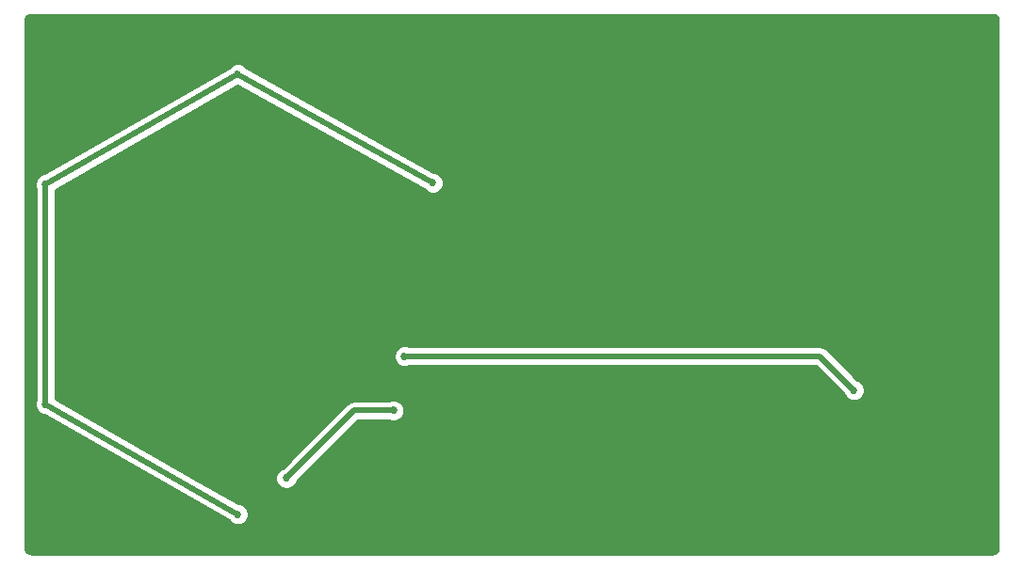
<source format=gbl>
G04 #@! TF.FileFunction,Copper,L2,Bot,Signal*
%FSLAX46Y46*%
G04 Gerber Fmt 4.6, Leading zero omitted, Abs format (unit mm)*
G04 Created by KiCad (PCBNEW 4.0.6) date Friday, September 29, 2017 'AMt' 11:30:02 AM*
%MOMM*%
%LPD*%
G01*
G04 APERTURE LIST*
%ADD10C,0.100000*%
%ADD11C,0.685800*%
%ADD12C,0.508000*%
%ADD13C,0.254000*%
G04 APERTURE END LIST*
D10*
D11*
X77216000Y-91440000D03*
X58928000Y-68580000D03*
X58928000Y-83312000D03*
X82804000Y-80264000D03*
X112776000Y-96520000D03*
X117348000Y-96520000D03*
X108204000Y-96520000D03*
X82804000Y-93980000D03*
X89408000Y-96012000D03*
X75184000Y-89408000D03*
X80772000Y-87884000D03*
X78637140Y-92821860D03*
X79464000Y-79464000D03*
X79464000Y-71336000D03*
X76416000Y-67272000D03*
X76416000Y-83528000D03*
X72352000Y-85560000D03*
X67780000Y-85560000D03*
X63208000Y-83528000D03*
X60160000Y-79464000D03*
X60160000Y-71336000D03*
X63208000Y-67272000D03*
X71844000Y-65240000D03*
X67780000Y-65240000D03*
X73392140Y-96466860D03*
X77202140Y-96466860D03*
X71590000Y-92545000D03*
X67780000Y-92545000D03*
X56985000Y-86195000D03*
X54445000Y-82385000D03*
X54445000Y-69050000D03*
X82296000Y-85344000D03*
X85560000Y-82639000D03*
X85560000Y-69558000D03*
X83020000Y-65748000D03*
X71590000Y-59398000D03*
X67780000Y-59398000D03*
X56350000Y-65748000D03*
X91910000Y-51270000D03*
X96990000Y-51270000D03*
X122390000Y-51270000D03*
X132550000Y-51270000D03*
X127470000Y-51270000D03*
X112230000Y-51270000D03*
X107150000Y-51270000D03*
X102070000Y-51270000D03*
X117310000Y-51270000D03*
X56350000Y-51270000D03*
X66510000Y-51270000D03*
X61430000Y-51270000D03*
X86830000Y-51270000D03*
X71590000Y-51270000D03*
X81750000Y-51270000D03*
X76670000Y-51270000D03*
X132550000Y-98722000D03*
X127470000Y-98722000D03*
X122390000Y-98722000D03*
X117310000Y-98722000D03*
X112230000Y-98722000D03*
X107150000Y-98722000D03*
X102070000Y-98722000D03*
X96990000Y-98722000D03*
X91910000Y-98722000D03*
X86830000Y-98722000D03*
X81750000Y-98722000D03*
X76670000Y-98722000D03*
X71590000Y-98722000D03*
X66510000Y-98722000D03*
X61430000Y-98722000D03*
X56350000Y-98722000D03*
X137630000Y-56350000D03*
X137630000Y-51270000D03*
X137630000Y-71590000D03*
X137630000Y-66510000D03*
X137630000Y-61430000D03*
X137630000Y-98722000D03*
X137630000Y-89370000D03*
X137630000Y-83020000D03*
X137630000Y-94450000D03*
X137630000Y-76670000D03*
X51270000Y-98722000D03*
X51270000Y-94450000D03*
X51270000Y-89370000D03*
X51270000Y-81750000D03*
X51270000Y-76670000D03*
X51270000Y-71590000D03*
X51270000Y-66510000D03*
X51270000Y-61430000D03*
X51270000Y-56350000D03*
X51270000Y-51270000D03*
X100292000Y-84544000D03*
X84798000Y-81496000D03*
X125184000Y-84544000D03*
X83820000Y-86360000D03*
X74168000Y-92456000D03*
X52540000Y-85814000D03*
X52540000Y-66002000D03*
X87338000Y-65875000D03*
X69812000Y-56096000D03*
X69812000Y-95720000D03*
D12*
X85282933Y-81496000D02*
X84798000Y-81496000D01*
X122136000Y-81496000D02*
X85282933Y-81496000D01*
X125184000Y-84544000D02*
X122136000Y-81496000D01*
X85052000Y-81496000D02*
X84798000Y-81496000D01*
X83335067Y-86360000D02*
X83820000Y-86360000D01*
X74168000Y-92456000D02*
X80264000Y-86360000D01*
X80264000Y-86360000D02*
X83335067Y-86360000D01*
X87338000Y-65875000D02*
X69812000Y-56096000D01*
X69812000Y-56096000D02*
X52540000Y-66002000D01*
X52540000Y-85814000D02*
X52540000Y-66002000D01*
X52540000Y-85814000D02*
X69812000Y-95720000D01*
D13*
G36*
X137838979Y-50765478D02*
X138016145Y-50883856D01*
X138134521Y-51061019D01*
X138138000Y-51078509D01*
X138138000Y-98921491D01*
X138134521Y-98938981D01*
X138016145Y-99116144D01*
X137838979Y-99234522D01*
X137560070Y-99290000D01*
X51339931Y-99290000D01*
X51061019Y-99234521D01*
X50883856Y-99116145D01*
X50765478Y-98938979D01*
X50762000Y-98921494D01*
X50762000Y-66195663D01*
X51561931Y-66195663D01*
X51651000Y-66411227D01*
X51651000Y-85404945D01*
X51562270Y-85618630D01*
X51561931Y-86007663D01*
X51710493Y-86367212D01*
X51985341Y-86642540D01*
X52344630Y-86791730D01*
X52458042Y-86791829D01*
X68980260Y-96267807D01*
X68982493Y-96273212D01*
X69257341Y-96548540D01*
X69616630Y-96697730D01*
X70005663Y-96698069D01*
X70365212Y-96549507D01*
X70640540Y-96274659D01*
X70789730Y-95915370D01*
X70790069Y-95526337D01*
X70641507Y-95166788D01*
X70366659Y-94891460D01*
X70007370Y-94742270D01*
X69893958Y-94742171D01*
X66245483Y-92649663D01*
X73189931Y-92649663D01*
X73338493Y-93009212D01*
X73613341Y-93284540D01*
X73972630Y-93433730D01*
X74361663Y-93434069D01*
X74721212Y-93285507D01*
X74996540Y-93010659D01*
X75085986Y-92795250D01*
X80632236Y-87249000D01*
X83410945Y-87249000D01*
X83624630Y-87337730D01*
X84013663Y-87338069D01*
X84373212Y-87189507D01*
X84648540Y-86914659D01*
X84797730Y-86555370D01*
X84798069Y-86166337D01*
X84649507Y-85806788D01*
X84374659Y-85531460D01*
X84015370Y-85382270D01*
X83626337Y-85381931D01*
X83410773Y-85471000D01*
X80264000Y-85471000D01*
X79923794Y-85538671D01*
X79681611Y-85700493D01*
X79635382Y-85731382D01*
X73828627Y-91538137D01*
X73614788Y-91626493D01*
X73339460Y-91901341D01*
X73190270Y-92260630D01*
X73189931Y-92649663D01*
X66245483Y-92649663D01*
X53429000Y-85299033D01*
X53429000Y-81689663D01*
X83819931Y-81689663D01*
X83968493Y-82049212D01*
X84243341Y-82324540D01*
X84602630Y-82473730D01*
X84991663Y-82474069D01*
X85207227Y-82385000D01*
X121767764Y-82385000D01*
X124266137Y-84883373D01*
X124354493Y-85097212D01*
X124629341Y-85372540D01*
X124988630Y-85521730D01*
X125377663Y-85522069D01*
X125737212Y-85373507D01*
X126012540Y-85098659D01*
X126161730Y-84739370D01*
X126162069Y-84350337D01*
X126013507Y-83990788D01*
X125738659Y-83715460D01*
X125523250Y-83626014D01*
X122764618Y-80867382D01*
X122476206Y-80674671D01*
X122136000Y-80607000D01*
X85207055Y-80607000D01*
X84993370Y-80518270D01*
X84604337Y-80517931D01*
X84244788Y-80666493D01*
X83969460Y-80941341D01*
X83820270Y-81300630D01*
X83819931Y-81689663D01*
X53429000Y-81689663D01*
X53429000Y-66516967D01*
X69818019Y-57117382D01*
X86512936Y-66432663D01*
X86783341Y-66703540D01*
X87142630Y-66852730D01*
X87531663Y-66853069D01*
X87891212Y-66704507D01*
X88166540Y-66429659D01*
X88315730Y-66070370D01*
X88316069Y-65681337D01*
X88167507Y-65321788D01*
X87892659Y-65046460D01*
X87533370Y-64897270D01*
X87410022Y-64897163D01*
X70637066Y-55538339D01*
X70366659Y-55267460D01*
X70007370Y-55118270D01*
X69618337Y-55117931D01*
X69258788Y-55266493D01*
X68983460Y-55541341D01*
X68980726Y-55547926D01*
X52458291Y-65024029D01*
X52346337Y-65023931D01*
X51986788Y-65172493D01*
X51711460Y-65447341D01*
X51562270Y-65806630D01*
X51561931Y-66195663D01*
X50762000Y-66195663D01*
X50762000Y-51078506D01*
X50765478Y-51061021D01*
X50883856Y-50883855D01*
X51061019Y-50765479D01*
X51078509Y-50762000D01*
X137821494Y-50762000D01*
X137838979Y-50765478D01*
X137838979Y-50765478D01*
G37*
X137838979Y-50765478D02*
X138016145Y-50883856D01*
X138134521Y-51061019D01*
X138138000Y-51078509D01*
X138138000Y-98921491D01*
X138134521Y-98938981D01*
X138016145Y-99116144D01*
X137838979Y-99234522D01*
X137560070Y-99290000D01*
X51339931Y-99290000D01*
X51061019Y-99234521D01*
X50883856Y-99116145D01*
X50765478Y-98938979D01*
X50762000Y-98921494D01*
X50762000Y-66195663D01*
X51561931Y-66195663D01*
X51651000Y-66411227D01*
X51651000Y-85404945D01*
X51562270Y-85618630D01*
X51561931Y-86007663D01*
X51710493Y-86367212D01*
X51985341Y-86642540D01*
X52344630Y-86791730D01*
X52458042Y-86791829D01*
X68980260Y-96267807D01*
X68982493Y-96273212D01*
X69257341Y-96548540D01*
X69616630Y-96697730D01*
X70005663Y-96698069D01*
X70365212Y-96549507D01*
X70640540Y-96274659D01*
X70789730Y-95915370D01*
X70790069Y-95526337D01*
X70641507Y-95166788D01*
X70366659Y-94891460D01*
X70007370Y-94742270D01*
X69893958Y-94742171D01*
X66245483Y-92649663D01*
X73189931Y-92649663D01*
X73338493Y-93009212D01*
X73613341Y-93284540D01*
X73972630Y-93433730D01*
X74361663Y-93434069D01*
X74721212Y-93285507D01*
X74996540Y-93010659D01*
X75085986Y-92795250D01*
X80632236Y-87249000D01*
X83410945Y-87249000D01*
X83624630Y-87337730D01*
X84013663Y-87338069D01*
X84373212Y-87189507D01*
X84648540Y-86914659D01*
X84797730Y-86555370D01*
X84798069Y-86166337D01*
X84649507Y-85806788D01*
X84374659Y-85531460D01*
X84015370Y-85382270D01*
X83626337Y-85381931D01*
X83410773Y-85471000D01*
X80264000Y-85471000D01*
X79923794Y-85538671D01*
X79681611Y-85700493D01*
X79635382Y-85731382D01*
X73828627Y-91538137D01*
X73614788Y-91626493D01*
X73339460Y-91901341D01*
X73190270Y-92260630D01*
X73189931Y-92649663D01*
X66245483Y-92649663D01*
X53429000Y-85299033D01*
X53429000Y-81689663D01*
X83819931Y-81689663D01*
X83968493Y-82049212D01*
X84243341Y-82324540D01*
X84602630Y-82473730D01*
X84991663Y-82474069D01*
X85207227Y-82385000D01*
X121767764Y-82385000D01*
X124266137Y-84883373D01*
X124354493Y-85097212D01*
X124629341Y-85372540D01*
X124988630Y-85521730D01*
X125377663Y-85522069D01*
X125737212Y-85373507D01*
X126012540Y-85098659D01*
X126161730Y-84739370D01*
X126162069Y-84350337D01*
X126013507Y-83990788D01*
X125738659Y-83715460D01*
X125523250Y-83626014D01*
X122764618Y-80867382D01*
X122476206Y-80674671D01*
X122136000Y-80607000D01*
X85207055Y-80607000D01*
X84993370Y-80518270D01*
X84604337Y-80517931D01*
X84244788Y-80666493D01*
X83969460Y-80941341D01*
X83820270Y-81300630D01*
X83819931Y-81689663D01*
X53429000Y-81689663D01*
X53429000Y-66516967D01*
X69818019Y-57117382D01*
X86512936Y-66432663D01*
X86783341Y-66703540D01*
X87142630Y-66852730D01*
X87531663Y-66853069D01*
X87891212Y-66704507D01*
X88166540Y-66429659D01*
X88315730Y-66070370D01*
X88316069Y-65681337D01*
X88167507Y-65321788D01*
X87892659Y-65046460D01*
X87533370Y-64897270D01*
X87410022Y-64897163D01*
X70637066Y-55538339D01*
X70366659Y-55267460D01*
X70007370Y-55118270D01*
X69618337Y-55117931D01*
X69258788Y-55266493D01*
X68983460Y-55541341D01*
X68980726Y-55547926D01*
X52458291Y-65024029D01*
X52346337Y-65023931D01*
X51986788Y-65172493D01*
X51711460Y-65447341D01*
X51562270Y-65806630D01*
X51561931Y-66195663D01*
X50762000Y-66195663D01*
X50762000Y-51078506D01*
X50765478Y-51061021D01*
X50883856Y-50883855D01*
X51061019Y-50765479D01*
X51078509Y-50762000D01*
X137821494Y-50762000D01*
X137838979Y-50765478D01*
M02*

</source>
